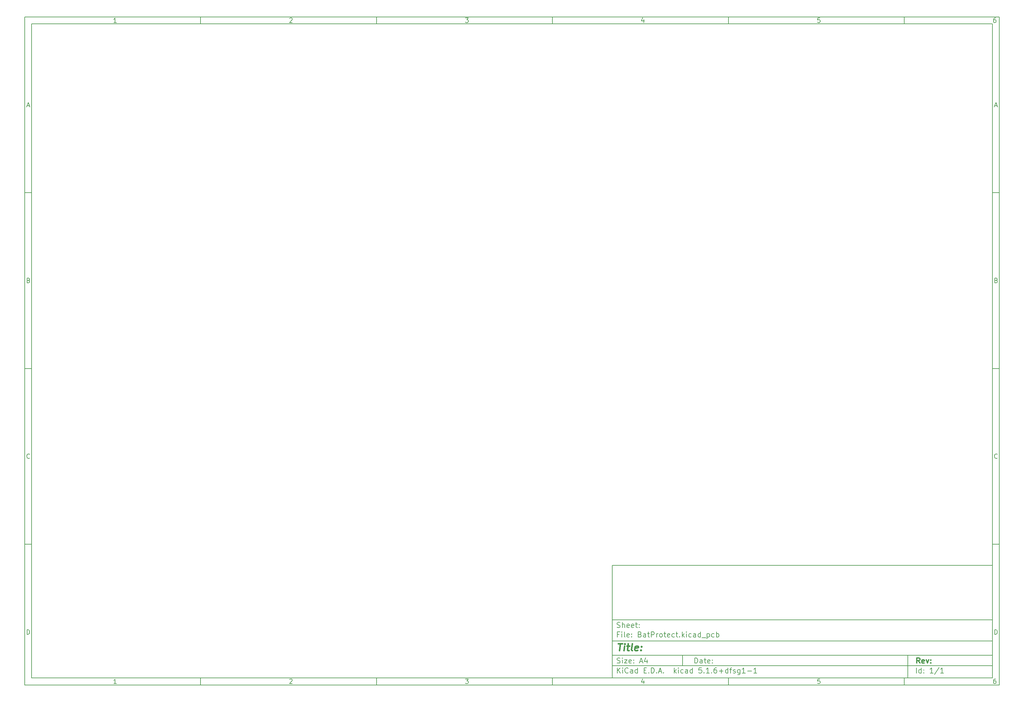
<source format=gbr>
G04 #@! TF.GenerationSoftware,KiCad,Pcbnew,5.1.6+dfsg1-1*
G04 #@! TF.CreationDate,2021-04-29T08:47:55+10:00*
G04 #@! TF.ProjectId,BatProtect,42617450-726f-4746-9563-742e6b696361,rev?*
G04 #@! TF.SameCoordinates,Original*
G04 #@! TF.FileFunction,Glue,Bot*
G04 #@! TF.FilePolarity,Positive*
%FSLAX45Y45*%
G04 Gerber Fmt 4.5, Leading zero omitted, Abs format (unit mm)*
G04 Created by KiCad (PCBNEW 5.1.6+dfsg1-1) date 2021-04-29 08:47:55*
%MOMM*%
%LPD*%
G01*
G04 APERTURE LIST*
%ADD10C,0.100000*%
%ADD11C,0.150000*%
%ADD12C,0.300000*%
%ADD13C,0.400000*%
G04 APERTURE END LIST*
D10*
D11*
X17700220Y-16600720D02*
X17700220Y-19800720D01*
X28500220Y-19800720D01*
X28500220Y-16600720D01*
X17700220Y-16600720D01*
D10*
D11*
X1000000Y-1000000D02*
X1000000Y-20000720D01*
X28700220Y-20000720D01*
X28700220Y-1000000D01*
X1000000Y-1000000D01*
D10*
D11*
X1200000Y-1200000D02*
X1200000Y-19800720D01*
X28500220Y-19800720D01*
X28500220Y-1200000D01*
X1200000Y-1200000D01*
D10*
D11*
X6000000Y-1200000D02*
X6000000Y-1000000D01*
D10*
D11*
X11000000Y-1200000D02*
X11000000Y-1000000D01*
D10*
D11*
X16000000Y-1200000D02*
X16000000Y-1000000D01*
D10*
D11*
X21000000Y-1200000D02*
X21000000Y-1000000D01*
D10*
D11*
X26000000Y-1200000D02*
X26000000Y-1000000D01*
D10*
D11*
X3606548Y-1158810D02*
X3532262Y-1158810D01*
X3569405Y-1158810D02*
X3569405Y-1028809D01*
X3557024Y-1047381D01*
X3544643Y-1059762D01*
X3532262Y-1065952D01*
D10*
D11*
X8532262Y-1041190D02*
X8538452Y-1035000D01*
X8550833Y-1028809D01*
X8581786Y-1028809D01*
X8594167Y-1035000D01*
X8600357Y-1041190D01*
X8606548Y-1053571D01*
X8606548Y-1065952D01*
X8600357Y-1084524D01*
X8526071Y-1158810D01*
X8606548Y-1158810D01*
D10*
D11*
X13526071Y-1028809D02*
X13606548Y-1028809D01*
X13563214Y-1078333D01*
X13581786Y-1078333D01*
X13594167Y-1084524D01*
X13600357Y-1090714D01*
X13606548Y-1103095D01*
X13606548Y-1134048D01*
X13600357Y-1146429D01*
X13594167Y-1152619D01*
X13581786Y-1158810D01*
X13544643Y-1158810D01*
X13532262Y-1152619D01*
X13526071Y-1146429D01*
D10*
D11*
X18594167Y-1072143D02*
X18594167Y-1158810D01*
X18563214Y-1022619D02*
X18532262Y-1115476D01*
X18612738Y-1115476D01*
D10*
D11*
X23600357Y-1028809D02*
X23538452Y-1028809D01*
X23532262Y-1090714D01*
X23538452Y-1084524D01*
X23550833Y-1078333D01*
X23581786Y-1078333D01*
X23594167Y-1084524D01*
X23600357Y-1090714D01*
X23606548Y-1103095D01*
X23606548Y-1134048D01*
X23600357Y-1146429D01*
X23594167Y-1152619D01*
X23581786Y-1158810D01*
X23550833Y-1158810D01*
X23538452Y-1152619D01*
X23532262Y-1146429D01*
D10*
D11*
X28594167Y-1028809D02*
X28569405Y-1028809D01*
X28557024Y-1035000D01*
X28550833Y-1041190D01*
X28538452Y-1059762D01*
X28532262Y-1084524D01*
X28532262Y-1134048D01*
X28538452Y-1146429D01*
X28544643Y-1152619D01*
X28557024Y-1158810D01*
X28581786Y-1158810D01*
X28594167Y-1152619D01*
X28600357Y-1146429D01*
X28606548Y-1134048D01*
X28606548Y-1103095D01*
X28600357Y-1090714D01*
X28594167Y-1084524D01*
X28581786Y-1078333D01*
X28557024Y-1078333D01*
X28544643Y-1084524D01*
X28538452Y-1090714D01*
X28532262Y-1103095D01*
D10*
D11*
X6000000Y-19800720D02*
X6000000Y-20000720D01*
D10*
D11*
X11000000Y-19800720D02*
X11000000Y-20000720D01*
D10*
D11*
X16000000Y-19800720D02*
X16000000Y-20000720D01*
D10*
D11*
X21000000Y-19800720D02*
X21000000Y-20000720D01*
D10*
D11*
X26000000Y-19800720D02*
X26000000Y-20000720D01*
D10*
D11*
X3606548Y-19959530D02*
X3532262Y-19959530D01*
X3569405Y-19959530D02*
X3569405Y-19829530D01*
X3557024Y-19848101D01*
X3544643Y-19860482D01*
X3532262Y-19866672D01*
D10*
D11*
X8532262Y-19841910D02*
X8538452Y-19835720D01*
X8550833Y-19829530D01*
X8581786Y-19829530D01*
X8594167Y-19835720D01*
X8600357Y-19841910D01*
X8606548Y-19854291D01*
X8606548Y-19866672D01*
X8600357Y-19885244D01*
X8526071Y-19959530D01*
X8606548Y-19959530D01*
D10*
D11*
X13526071Y-19829530D02*
X13606548Y-19829530D01*
X13563214Y-19879053D01*
X13581786Y-19879053D01*
X13594167Y-19885244D01*
X13600357Y-19891434D01*
X13606548Y-19903815D01*
X13606548Y-19934768D01*
X13600357Y-19947149D01*
X13594167Y-19953339D01*
X13581786Y-19959530D01*
X13544643Y-19959530D01*
X13532262Y-19953339D01*
X13526071Y-19947149D01*
D10*
D11*
X18594167Y-19872863D02*
X18594167Y-19959530D01*
X18563214Y-19823339D02*
X18532262Y-19916196D01*
X18612738Y-19916196D01*
D10*
D11*
X23600357Y-19829530D02*
X23538452Y-19829530D01*
X23532262Y-19891434D01*
X23538452Y-19885244D01*
X23550833Y-19879053D01*
X23581786Y-19879053D01*
X23594167Y-19885244D01*
X23600357Y-19891434D01*
X23606548Y-19903815D01*
X23606548Y-19934768D01*
X23600357Y-19947149D01*
X23594167Y-19953339D01*
X23581786Y-19959530D01*
X23550833Y-19959530D01*
X23538452Y-19953339D01*
X23532262Y-19947149D01*
D10*
D11*
X28594167Y-19829530D02*
X28569405Y-19829530D01*
X28557024Y-19835720D01*
X28550833Y-19841910D01*
X28538452Y-19860482D01*
X28532262Y-19885244D01*
X28532262Y-19934768D01*
X28538452Y-19947149D01*
X28544643Y-19953339D01*
X28557024Y-19959530D01*
X28581786Y-19959530D01*
X28594167Y-19953339D01*
X28600357Y-19947149D01*
X28606548Y-19934768D01*
X28606548Y-19903815D01*
X28600357Y-19891434D01*
X28594167Y-19885244D01*
X28581786Y-19879053D01*
X28557024Y-19879053D01*
X28544643Y-19885244D01*
X28538452Y-19891434D01*
X28532262Y-19903815D01*
D10*
D11*
X1000000Y-6000000D02*
X1200000Y-6000000D01*
D10*
D11*
X1000000Y-11000000D02*
X1200000Y-11000000D01*
D10*
D11*
X1000000Y-16000000D02*
X1200000Y-16000000D01*
D10*
D11*
X1069048Y-3521667D02*
X1130952Y-3521667D01*
X1056667Y-3558809D02*
X1100000Y-3428809D01*
X1143333Y-3558809D01*
D10*
D11*
X1109286Y-8490714D02*
X1127857Y-8496905D01*
X1134048Y-8503095D01*
X1140238Y-8515476D01*
X1140238Y-8534048D01*
X1134048Y-8546429D01*
X1127857Y-8552619D01*
X1115476Y-8558810D01*
X1065952Y-8558810D01*
X1065952Y-8428810D01*
X1109286Y-8428810D01*
X1121667Y-8435000D01*
X1127857Y-8441190D01*
X1134048Y-8453571D01*
X1134048Y-8465952D01*
X1127857Y-8478333D01*
X1121667Y-8484524D01*
X1109286Y-8490714D01*
X1065952Y-8490714D01*
D10*
D11*
X1140238Y-13546428D02*
X1134048Y-13552619D01*
X1115476Y-13558809D01*
X1103095Y-13558809D01*
X1084524Y-13552619D01*
X1072143Y-13540238D01*
X1065952Y-13527857D01*
X1059762Y-13503095D01*
X1059762Y-13484524D01*
X1065952Y-13459762D01*
X1072143Y-13447381D01*
X1084524Y-13435000D01*
X1103095Y-13428809D01*
X1115476Y-13428809D01*
X1134048Y-13435000D01*
X1140238Y-13441190D01*
D10*
D11*
X1065952Y-18558810D02*
X1065952Y-18428810D01*
X1096905Y-18428810D01*
X1115476Y-18435000D01*
X1127857Y-18447381D01*
X1134048Y-18459762D01*
X1140238Y-18484524D01*
X1140238Y-18503095D01*
X1134048Y-18527857D01*
X1127857Y-18540238D01*
X1115476Y-18552619D01*
X1096905Y-18558810D01*
X1065952Y-18558810D01*
D10*
D11*
X28700220Y-6000000D02*
X28500220Y-6000000D01*
D10*
D11*
X28700220Y-11000000D02*
X28500220Y-11000000D01*
D10*
D11*
X28700220Y-16000000D02*
X28500220Y-16000000D01*
D10*
D11*
X28569268Y-3521667D02*
X28631172Y-3521667D01*
X28556887Y-3558809D02*
X28600220Y-3428809D01*
X28643553Y-3558809D01*
D10*
D11*
X28609506Y-8490714D02*
X28628077Y-8496905D01*
X28634268Y-8503095D01*
X28640458Y-8515476D01*
X28640458Y-8534048D01*
X28634268Y-8546429D01*
X28628077Y-8552619D01*
X28615696Y-8558810D01*
X28566172Y-8558810D01*
X28566172Y-8428810D01*
X28609506Y-8428810D01*
X28621887Y-8435000D01*
X28628077Y-8441190D01*
X28634268Y-8453571D01*
X28634268Y-8465952D01*
X28628077Y-8478333D01*
X28621887Y-8484524D01*
X28609506Y-8490714D01*
X28566172Y-8490714D01*
D10*
D11*
X28640458Y-13546428D02*
X28634268Y-13552619D01*
X28615696Y-13558809D01*
X28603315Y-13558809D01*
X28584744Y-13552619D01*
X28572363Y-13540238D01*
X28566172Y-13527857D01*
X28559982Y-13503095D01*
X28559982Y-13484524D01*
X28566172Y-13459762D01*
X28572363Y-13447381D01*
X28584744Y-13435000D01*
X28603315Y-13428809D01*
X28615696Y-13428809D01*
X28634268Y-13435000D01*
X28640458Y-13441190D01*
D10*
D11*
X28566172Y-18558810D02*
X28566172Y-18428810D01*
X28597125Y-18428810D01*
X28615696Y-18435000D01*
X28628077Y-18447381D01*
X28634268Y-18459762D01*
X28640458Y-18484524D01*
X28640458Y-18503095D01*
X28634268Y-18527857D01*
X28628077Y-18540238D01*
X28615696Y-18552619D01*
X28597125Y-18558810D01*
X28566172Y-18558810D01*
D10*
D11*
X20043434Y-19378577D02*
X20043434Y-19228577D01*
X20079149Y-19228577D01*
X20100577Y-19235720D01*
X20114863Y-19250006D01*
X20122006Y-19264291D01*
X20129149Y-19292863D01*
X20129149Y-19314291D01*
X20122006Y-19342863D01*
X20114863Y-19357149D01*
X20100577Y-19371434D01*
X20079149Y-19378577D01*
X20043434Y-19378577D01*
X20257720Y-19378577D02*
X20257720Y-19300006D01*
X20250577Y-19285720D01*
X20236291Y-19278577D01*
X20207720Y-19278577D01*
X20193434Y-19285720D01*
X20257720Y-19371434D02*
X20243434Y-19378577D01*
X20207720Y-19378577D01*
X20193434Y-19371434D01*
X20186291Y-19357149D01*
X20186291Y-19342863D01*
X20193434Y-19328577D01*
X20207720Y-19321434D01*
X20243434Y-19321434D01*
X20257720Y-19314291D01*
X20307720Y-19278577D02*
X20364863Y-19278577D01*
X20329149Y-19228577D02*
X20329149Y-19357149D01*
X20336291Y-19371434D01*
X20350577Y-19378577D01*
X20364863Y-19378577D01*
X20472006Y-19371434D02*
X20457720Y-19378577D01*
X20429149Y-19378577D01*
X20414863Y-19371434D01*
X20407720Y-19357149D01*
X20407720Y-19300006D01*
X20414863Y-19285720D01*
X20429149Y-19278577D01*
X20457720Y-19278577D01*
X20472006Y-19285720D01*
X20479149Y-19300006D01*
X20479149Y-19314291D01*
X20407720Y-19328577D01*
X20543434Y-19364291D02*
X20550577Y-19371434D01*
X20543434Y-19378577D01*
X20536291Y-19371434D01*
X20543434Y-19364291D01*
X20543434Y-19378577D01*
X20543434Y-19285720D02*
X20550577Y-19292863D01*
X20543434Y-19300006D01*
X20536291Y-19292863D01*
X20543434Y-19285720D01*
X20543434Y-19300006D01*
D10*
D11*
X17700220Y-19450720D02*
X28500220Y-19450720D01*
D10*
D11*
X17843434Y-19658577D02*
X17843434Y-19508577D01*
X17929149Y-19658577D02*
X17864863Y-19572863D01*
X17929149Y-19508577D02*
X17843434Y-19594291D01*
X17993434Y-19658577D02*
X17993434Y-19558577D01*
X17993434Y-19508577D02*
X17986291Y-19515720D01*
X17993434Y-19522863D01*
X18000577Y-19515720D01*
X17993434Y-19508577D01*
X17993434Y-19522863D01*
X18150577Y-19644291D02*
X18143434Y-19651434D01*
X18122006Y-19658577D01*
X18107720Y-19658577D01*
X18086291Y-19651434D01*
X18072006Y-19637149D01*
X18064863Y-19622863D01*
X18057720Y-19594291D01*
X18057720Y-19572863D01*
X18064863Y-19544291D01*
X18072006Y-19530006D01*
X18086291Y-19515720D01*
X18107720Y-19508577D01*
X18122006Y-19508577D01*
X18143434Y-19515720D01*
X18150577Y-19522863D01*
X18279149Y-19658577D02*
X18279149Y-19580006D01*
X18272006Y-19565720D01*
X18257720Y-19558577D01*
X18229149Y-19558577D01*
X18214863Y-19565720D01*
X18279149Y-19651434D02*
X18264863Y-19658577D01*
X18229149Y-19658577D01*
X18214863Y-19651434D01*
X18207720Y-19637149D01*
X18207720Y-19622863D01*
X18214863Y-19608577D01*
X18229149Y-19601434D01*
X18264863Y-19601434D01*
X18279149Y-19594291D01*
X18414863Y-19658577D02*
X18414863Y-19508577D01*
X18414863Y-19651434D02*
X18400577Y-19658577D01*
X18372006Y-19658577D01*
X18357720Y-19651434D01*
X18350577Y-19644291D01*
X18343434Y-19630006D01*
X18343434Y-19587149D01*
X18350577Y-19572863D01*
X18357720Y-19565720D01*
X18372006Y-19558577D01*
X18400577Y-19558577D01*
X18414863Y-19565720D01*
X18600577Y-19580006D02*
X18650577Y-19580006D01*
X18672006Y-19658577D02*
X18600577Y-19658577D01*
X18600577Y-19508577D01*
X18672006Y-19508577D01*
X18736291Y-19644291D02*
X18743434Y-19651434D01*
X18736291Y-19658577D01*
X18729149Y-19651434D01*
X18736291Y-19644291D01*
X18736291Y-19658577D01*
X18807720Y-19658577D02*
X18807720Y-19508577D01*
X18843434Y-19508577D01*
X18864863Y-19515720D01*
X18879149Y-19530006D01*
X18886291Y-19544291D01*
X18893434Y-19572863D01*
X18893434Y-19594291D01*
X18886291Y-19622863D01*
X18879149Y-19637149D01*
X18864863Y-19651434D01*
X18843434Y-19658577D01*
X18807720Y-19658577D01*
X18957720Y-19644291D02*
X18964863Y-19651434D01*
X18957720Y-19658577D01*
X18950577Y-19651434D01*
X18957720Y-19644291D01*
X18957720Y-19658577D01*
X19022006Y-19615720D02*
X19093434Y-19615720D01*
X19007720Y-19658577D02*
X19057720Y-19508577D01*
X19107720Y-19658577D01*
X19157720Y-19644291D02*
X19164863Y-19651434D01*
X19157720Y-19658577D01*
X19150577Y-19651434D01*
X19157720Y-19644291D01*
X19157720Y-19658577D01*
X19457720Y-19658577D02*
X19457720Y-19508577D01*
X19472006Y-19601434D02*
X19514863Y-19658577D01*
X19514863Y-19558577D02*
X19457720Y-19615720D01*
X19579149Y-19658577D02*
X19579149Y-19558577D01*
X19579149Y-19508577D02*
X19572006Y-19515720D01*
X19579149Y-19522863D01*
X19586291Y-19515720D01*
X19579149Y-19508577D01*
X19579149Y-19522863D01*
X19714863Y-19651434D02*
X19700577Y-19658577D01*
X19672006Y-19658577D01*
X19657720Y-19651434D01*
X19650577Y-19644291D01*
X19643434Y-19630006D01*
X19643434Y-19587149D01*
X19650577Y-19572863D01*
X19657720Y-19565720D01*
X19672006Y-19558577D01*
X19700577Y-19558577D01*
X19714863Y-19565720D01*
X19843434Y-19658577D02*
X19843434Y-19580006D01*
X19836291Y-19565720D01*
X19822006Y-19558577D01*
X19793434Y-19558577D01*
X19779149Y-19565720D01*
X19843434Y-19651434D02*
X19829149Y-19658577D01*
X19793434Y-19658577D01*
X19779149Y-19651434D01*
X19772006Y-19637149D01*
X19772006Y-19622863D01*
X19779149Y-19608577D01*
X19793434Y-19601434D01*
X19829149Y-19601434D01*
X19843434Y-19594291D01*
X19979149Y-19658577D02*
X19979149Y-19508577D01*
X19979149Y-19651434D02*
X19964863Y-19658577D01*
X19936291Y-19658577D01*
X19922006Y-19651434D01*
X19914863Y-19644291D01*
X19907720Y-19630006D01*
X19907720Y-19587149D01*
X19914863Y-19572863D01*
X19922006Y-19565720D01*
X19936291Y-19558577D01*
X19964863Y-19558577D01*
X19979149Y-19565720D01*
X20236291Y-19508577D02*
X20164863Y-19508577D01*
X20157720Y-19580006D01*
X20164863Y-19572863D01*
X20179149Y-19565720D01*
X20214863Y-19565720D01*
X20229149Y-19572863D01*
X20236291Y-19580006D01*
X20243434Y-19594291D01*
X20243434Y-19630006D01*
X20236291Y-19644291D01*
X20229149Y-19651434D01*
X20214863Y-19658577D01*
X20179149Y-19658577D01*
X20164863Y-19651434D01*
X20157720Y-19644291D01*
X20307720Y-19644291D02*
X20314863Y-19651434D01*
X20307720Y-19658577D01*
X20300577Y-19651434D01*
X20307720Y-19644291D01*
X20307720Y-19658577D01*
X20457720Y-19658577D02*
X20372006Y-19658577D01*
X20414863Y-19658577D02*
X20414863Y-19508577D01*
X20400577Y-19530006D01*
X20386291Y-19544291D01*
X20372006Y-19551434D01*
X20522006Y-19644291D02*
X20529149Y-19651434D01*
X20522006Y-19658577D01*
X20514863Y-19651434D01*
X20522006Y-19644291D01*
X20522006Y-19658577D01*
X20657720Y-19508577D02*
X20629149Y-19508577D01*
X20614863Y-19515720D01*
X20607720Y-19522863D01*
X20593434Y-19544291D01*
X20586291Y-19572863D01*
X20586291Y-19630006D01*
X20593434Y-19644291D01*
X20600577Y-19651434D01*
X20614863Y-19658577D01*
X20643434Y-19658577D01*
X20657720Y-19651434D01*
X20664863Y-19644291D01*
X20672006Y-19630006D01*
X20672006Y-19594291D01*
X20664863Y-19580006D01*
X20657720Y-19572863D01*
X20643434Y-19565720D01*
X20614863Y-19565720D01*
X20600577Y-19572863D01*
X20593434Y-19580006D01*
X20586291Y-19594291D01*
X20736291Y-19601434D02*
X20850577Y-19601434D01*
X20793434Y-19658577D02*
X20793434Y-19544291D01*
X20986291Y-19658577D02*
X20986291Y-19508577D01*
X20986291Y-19651434D02*
X20972006Y-19658577D01*
X20943434Y-19658577D01*
X20929149Y-19651434D01*
X20922006Y-19644291D01*
X20914863Y-19630006D01*
X20914863Y-19587149D01*
X20922006Y-19572863D01*
X20929149Y-19565720D01*
X20943434Y-19558577D01*
X20972006Y-19558577D01*
X20986291Y-19565720D01*
X21036291Y-19558577D02*
X21093434Y-19558577D01*
X21057720Y-19658577D02*
X21057720Y-19530006D01*
X21064863Y-19515720D01*
X21079149Y-19508577D01*
X21093434Y-19508577D01*
X21136291Y-19651434D02*
X21150577Y-19658577D01*
X21179149Y-19658577D01*
X21193434Y-19651434D01*
X21200577Y-19637149D01*
X21200577Y-19630006D01*
X21193434Y-19615720D01*
X21179149Y-19608577D01*
X21157720Y-19608577D01*
X21143434Y-19601434D01*
X21136291Y-19587149D01*
X21136291Y-19580006D01*
X21143434Y-19565720D01*
X21157720Y-19558577D01*
X21179149Y-19558577D01*
X21193434Y-19565720D01*
X21329149Y-19558577D02*
X21329149Y-19680006D01*
X21322006Y-19694291D01*
X21314863Y-19701434D01*
X21300577Y-19708577D01*
X21279149Y-19708577D01*
X21264863Y-19701434D01*
X21329149Y-19651434D02*
X21314863Y-19658577D01*
X21286291Y-19658577D01*
X21272006Y-19651434D01*
X21264863Y-19644291D01*
X21257720Y-19630006D01*
X21257720Y-19587149D01*
X21264863Y-19572863D01*
X21272006Y-19565720D01*
X21286291Y-19558577D01*
X21314863Y-19558577D01*
X21329149Y-19565720D01*
X21479149Y-19658577D02*
X21393434Y-19658577D01*
X21436291Y-19658577D02*
X21436291Y-19508577D01*
X21422006Y-19530006D01*
X21407720Y-19544291D01*
X21393434Y-19551434D01*
X21543434Y-19601434D02*
X21657720Y-19601434D01*
X21807720Y-19658577D02*
X21722006Y-19658577D01*
X21764863Y-19658577D02*
X21764863Y-19508577D01*
X21750577Y-19530006D01*
X21736291Y-19544291D01*
X21722006Y-19551434D01*
D10*
D11*
X17700220Y-19150720D02*
X28500220Y-19150720D01*
D10*
D12*
X26441148Y-19378577D02*
X26391148Y-19307149D01*
X26355434Y-19378577D02*
X26355434Y-19228577D01*
X26412577Y-19228577D01*
X26426863Y-19235720D01*
X26434006Y-19242863D01*
X26441148Y-19257149D01*
X26441148Y-19278577D01*
X26434006Y-19292863D01*
X26426863Y-19300006D01*
X26412577Y-19307149D01*
X26355434Y-19307149D01*
X26562577Y-19371434D02*
X26548291Y-19378577D01*
X26519720Y-19378577D01*
X26505434Y-19371434D01*
X26498291Y-19357149D01*
X26498291Y-19300006D01*
X26505434Y-19285720D01*
X26519720Y-19278577D01*
X26548291Y-19278577D01*
X26562577Y-19285720D01*
X26569720Y-19300006D01*
X26569720Y-19314291D01*
X26498291Y-19328577D01*
X26619720Y-19278577D02*
X26655434Y-19378577D01*
X26691148Y-19278577D01*
X26748291Y-19364291D02*
X26755434Y-19371434D01*
X26748291Y-19378577D01*
X26741148Y-19371434D01*
X26748291Y-19364291D01*
X26748291Y-19378577D01*
X26748291Y-19285720D02*
X26755434Y-19292863D01*
X26748291Y-19300006D01*
X26741148Y-19292863D01*
X26748291Y-19285720D01*
X26748291Y-19300006D01*
D10*
D11*
X17836291Y-19371434D02*
X17857720Y-19378577D01*
X17893434Y-19378577D01*
X17907720Y-19371434D01*
X17914863Y-19364291D01*
X17922006Y-19350006D01*
X17922006Y-19335720D01*
X17914863Y-19321434D01*
X17907720Y-19314291D01*
X17893434Y-19307149D01*
X17864863Y-19300006D01*
X17850577Y-19292863D01*
X17843434Y-19285720D01*
X17836291Y-19271434D01*
X17836291Y-19257149D01*
X17843434Y-19242863D01*
X17850577Y-19235720D01*
X17864863Y-19228577D01*
X17900577Y-19228577D01*
X17922006Y-19235720D01*
X17986291Y-19378577D02*
X17986291Y-19278577D01*
X17986291Y-19228577D02*
X17979149Y-19235720D01*
X17986291Y-19242863D01*
X17993434Y-19235720D01*
X17986291Y-19228577D01*
X17986291Y-19242863D01*
X18043434Y-19278577D02*
X18122006Y-19278577D01*
X18043434Y-19378577D01*
X18122006Y-19378577D01*
X18236291Y-19371434D02*
X18222006Y-19378577D01*
X18193434Y-19378577D01*
X18179149Y-19371434D01*
X18172006Y-19357149D01*
X18172006Y-19300006D01*
X18179149Y-19285720D01*
X18193434Y-19278577D01*
X18222006Y-19278577D01*
X18236291Y-19285720D01*
X18243434Y-19300006D01*
X18243434Y-19314291D01*
X18172006Y-19328577D01*
X18307720Y-19364291D02*
X18314863Y-19371434D01*
X18307720Y-19378577D01*
X18300577Y-19371434D01*
X18307720Y-19364291D01*
X18307720Y-19378577D01*
X18307720Y-19285720D02*
X18314863Y-19292863D01*
X18307720Y-19300006D01*
X18300577Y-19292863D01*
X18307720Y-19285720D01*
X18307720Y-19300006D01*
X18486291Y-19335720D02*
X18557720Y-19335720D01*
X18472006Y-19378577D02*
X18522006Y-19228577D01*
X18572006Y-19378577D01*
X18686291Y-19278577D02*
X18686291Y-19378577D01*
X18650577Y-19221434D02*
X18614863Y-19328577D01*
X18707720Y-19328577D01*
D10*
D11*
X26343434Y-19658577D02*
X26343434Y-19508577D01*
X26479148Y-19658577D02*
X26479148Y-19508577D01*
X26479148Y-19651434D02*
X26464863Y-19658577D01*
X26436291Y-19658577D01*
X26422006Y-19651434D01*
X26414863Y-19644291D01*
X26407720Y-19630006D01*
X26407720Y-19587149D01*
X26414863Y-19572863D01*
X26422006Y-19565720D01*
X26436291Y-19558577D01*
X26464863Y-19558577D01*
X26479148Y-19565720D01*
X26550577Y-19644291D02*
X26557720Y-19651434D01*
X26550577Y-19658577D01*
X26543434Y-19651434D01*
X26550577Y-19644291D01*
X26550577Y-19658577D01*
X26550577Y-19565720D02*
X26557720Y-19572863D01*
X26550577Y-19580006D01*
X26543434Y-19572863D01*
X26550577Y-19565720D01*
X26550577Y-19580006D01*
X26814863Y-19658577D02*
X26729148Y-19658577D01*
X26772006Y-19658577D02*
X26772006Y-19508577D01*
X26757720Y-19530006D01*
X26743434Y-19544291D01*
X26729148Y-19551434D01*
X26986291Y-19501434D02*
X26857720Y-19694291D01*
X27114863Y-19658577D02*
X27029148Y-19658577D01*
X27072006Y-19658577D02*
X27072006Y-19508577D01*
X27057720Y-19530006D01*
X27043434Y-19544291D01*
X27029148Y-19551434D01*
D10*
D11*
X17700220Y-18750720D02*
X28500220Y-18750720D01*
D10*
D13*
X17871458Y-18821196D02*
X17985744Y-18821196D01*
X17903601Y-19021196D02*
X17928601Y-18821196D01*
X18027410Y-19021196D02*
X18044077Y-18887863D01*
X18052410Y-18821196D02*
X18041696Y-18830720D01*
X18050030Y-18840244D01*
X18060744Y-18830720D01*
X18052410Y-18821196D01*
X18050030Y-18840244D01*
X18110744Y-18887863D02*
X18186934Y-18887863D01*
X18147649Y-18821196D02*
X18126220Y-18992625D01*
X18133363Y-19011672D01*
X18151220Y-19021196D01*
X18170268Y-19021196D01*
X18265506Y-19021196D02*
X18247649Y-19011672D01*
X18240506Y-18992625D01*
X18261934Y-18821196D01*
X18419077Y-19011672D02*
X18398839Y-19021196D01*
X18360744Y-19021196D01*
X18342887Y-19011672D01*
X18335744Y-18992625D01*
X18345268Y-18916434D01*
X18357172Y-18897387D01*
X18377410Y-18887863D01*
X18415506Y-18887863D01*
X18433363Y-18897387D01*
X18440506Y-18916434D01*
X18438125Y-18935482D01*
X18340506Y-18954530D01*
X18515506Y-19002149D02*
X18523839Y-19011672D01*
X18513125Y-19021196D01*
X18504791Y-19011672D01*
X18515506Y-19002149D01*
X18513125Y-19021196D01*
X18528601Y-18897387D02*
X18536934Y-18906910D01*
X18526220Y-18916434D01*
X18517887Y-18906910D01*
X18528601Y-18897387D01*
X18526220Y-18916434D01*
D10*
D11*
X17893434Y-18560006D02*
X17843434Y-18560006D01*
X17843434Y-18638577D02*
X17843434Y-18488577D01*
X17914863Y-18488577D01*
X17972006Y-18638577D02*
X17972006Y-18538577D01*
X17972006Y-18488577D02*
X17964863Y-18495720D01*
X17972006Y-18502863D01*
X17979149Y-18495720D01*
X17972006Y-18488577D01*
X17972006Y-18502863D01*
X18064863Y-18638577D02*
X18050577Y-18631434D01*
X18043434Y-18617149D01*
X18043434Y-18488577D01*
X18179149Y-18631434D02*
X18164863Y-18638577D01*
X18136291Y-18638577D01*
X18122006Y-18631434D01*
X18114863Y-18617149D01*
X18114863Y-18560006D01*
X18122006Y-18545720D01*
X18136291Y-18538577D01*
X18164863Y-18538577D01*
X18179149Y-18545720D01*
X18186291Y-18560006D01*
X18186291Y-18574291D01*
X18114863Y-18588577D01*
X18250577Y-18624291D02*
X18257720Y-18631434D01*
X18250577Y-18638577D01*
X18243434Y-18631434D01*
X18250577Y-18624291D01*
X18250577Y-18638577D01*
X18250577Y-18545720D02*
X18257720Y-18552863D01*
X18250577Y-18560006D01*
X18243434Y-18552863D01*
X18250577Y-18545720D01*
X18250577Y-18560006D01*
X18486291Y-18560006D02*
X18507720Y-18567149D01*
X18514863Y-18574291D01*
X18522006Y-18588577D01*
X18522006Y-18610006D01*
X18514863Y-18624291D01*
X18507720Y-18631434D01*
X18493434Y-18638577D01*
X18436291Y-18638577D01*
X18436291Y-18488577D01*
X18486291Y-18488577D01*
X18500577Y-18495720D01*
X18507720Y-18502863D01*
X18514863Y-18517149D01*
X18514863Y-18531434D01*
X18507720Y-18545720D01*
X18500577Y-18552863D01*
X18486291Y-18560006D01*
X18436291Y-18560006D01*
X18650577Y-18638577D02*
X18650577Y-18560006D01*
X18643434Y-18545720D01*
X18629149Y-18538577D01*
X18600577Y-18538577D01*
X18586291Y-18545720D01*
X18650577Y-18631434D02*
X18636291Y-18638577D01*
X18600577Y-18638577D01*
X18586291Y-18631434D01*
X18579149Y-18617149D01*
X18579149Y-18602863D01*
X18586291Y-18588577D01*
X18600577Y-18581434D01*
X18636291Y-18581434D01*
X18650577Y-18574291D01*
X18700577Y-18538577D02*
X18757720Y-18538577D01*
X18722006Y-18488577D02*
X18722006Y-18617149D01*
X18729149Y-18631434D01*
X18743434Y-18638577D01*
X18757720Y-18638577D01*
X18807720Y-18638577D02*
X18807720Y-18488577D01*
X18864863Y-18488577D01*
X18879149Y-18495720D01*
X18886291Y-18502863D01*
X18893434Y-18517149D01*
X18893434Y-18538577D01*
X18886291Y-18552863D01*
X18879149Y-18560006D01*
X18864863Y-18567149D01*
X18807720Y-18567149D01*
X18957720Y-18638577D02*
X18957720Y-18538577D01*
X18957720Y-18567149D02*
X18964863Y-18552863D01*
X18972006Y-18545720D01*
X18986291Y-18538577D01*
X19000577Y-18538577D01*
X19072006Y-18638577D02*
X19057720Y-18631434D01*
X19050577Y-18624291D01*
X19043434Y-18610006D01*
X19043434Y-18567149D01*
X19050577Y-18552863D01*
X19057720Y-18545720D01*
X19072006Y-18538577D01*
X19093434Y-18538577D01*
X19107720Y-18545720D01*
X19114863Y-18552863D01*
X19122006Y-18567149D01*
X19122006Y-18610006D01*
X19114863Y-18624291D01*
X19107720Y-18631434D01*
X19093434Y-18638577D01*
X19072006Y-18638577D01*
X19164863Y-18538577D02*
X19222006Y-18538577D01*
X19186291Y-18488577D02*
X19186291Y-18617149D01*
X19193434Y-18631434D01*
X19207720Y-18638577D01*
X19222006Y-18638577D01*
X19329149Y-18631434D02*
X19314863Y-18638577D01*
X19286291Y-18638577D01*
X19272006Y-18631434D01*
X19264863Y-18617149D01*
X19264863Y-18560006D01*
X19272006Y-18545720D01*
X19286291Y-18538577D01*
X19314863Y-18538577D01*
X19329149Y-18545720D01*
X19336291Y-18560006D01*
X19336291Y-18574291D01*
X19264863Y-18588577D01*
X19464863Y-18631434D02*
X19450577Y-18638577D01*
X19422006Y-18638577D01*
X19407720Y-18631434D01*
X19400577Y-18624291D01*
X19393434Y-18610006D01*
X19393434Y-18567149D01*
X19400577Y-18552863D01*
X19407720Y-18545720D01*
X19422006Y-18538577D01*
X19450577Y-18538577D01*
X19464863Y-18545720D01*
X19507720Y-18538577D02*
X19564863Y-18538577D01*
X19529149Y-18488577D02*
X19529149Y-18617149D01*
X19536291Y-18631434D01*
X19550577Y-18638577D01*
X19564863Y-18638577D01*
X19614863Y-18624291D02*
X19622006Y-18631434D01*
X19614863Y-18638577D01*
X19607720Y-18631434D01*
X19614863Y-18624291D01*
X19614863Y-18638577D01*
X19686291Y-18638577D02*
X19686291Y-18488577D01*
X19700577Y-18581434D02*
X19743434Y-18638577D01*
X19743434Y-18538577D02*
X19686291Y-18595720D01*
X19807720Y-18638577D02*
X19807720Y-18538577D01*
X19807720Y-18488577D02*
X19800577Y-18495720D01*
X19807720Y-18502863D01*
X19814863Y-18495720D01*
X19807720Y-18488577D01*
X19807720Y-18502863D01*
X19943434Y-18631434D02*
X19929149Y-18638577D01*
X19900577Y-18638577D01*
X19886291Y-18631434D01*
X19879149Y-18624291D01*
X19872006Y-18610006D01*
X19872006Y-18567149D01*
X19879149Y-18552863D01*
X19886291Y-18545720D01*
X19900577Y-18538577D01*
X19929149Y-18538577D01*
X19943434Y-18545720D01*
X20072006Y-18638577D02*
X20072006Y-18560006D01*
X20064863Y-18545720D01*
X20050577Y-18538577D01*
X20022006Y-18538577D01*
X20007720Y-18545720D01*
X20072006Y-18631434D02*
X20057720Y-18638577D01*
X20022006Y-18638577D01*
X20007720Y-18631434D01*
X20000577Y-18617149D01*
X20000577Y-18602863D01*
X20007720Y-18588577D01*
X20022006Y-18581434D01*
X20057720Y-18581434D01*
X20072006Y-18574291D01*
X20207720Y-18638577D02*
X20207720Y-18488577D01*
X20207720Y-18631434D02*
X20193434Y-18638577D01*
X20164863Y-18638577D01*
X20150577Y-18631434D01*
X20143434Y-18624291D01*
X20136291Y-18610006D01*
X20136291Y-18567149D01*
X20143434Y-18552863D01*
X20150577Y-18545720D01*
X20164863Y-18538577D01*
X20193434Y-18538577D01*
X20207720Y-18545720D01*
X20243434Y-18652863D02*
X20357720Y-18652863D01*
X20393434Y-18538577D02*
X20393434Y-18688577D01*
X20393434Y-18545720D02*
X20407720Y-18538577D01*
X20436291Y-18538577D01*
X20450577Y-18545720D01*
X20457720Y-18552863D01*
X20464863Y-18567149D01*
X20464863Y-18610006D01*
X20457720Y-18624291D01*
X20450577Y-18631434D01*
X20436291Y-18638577D01*
X20407720Y-18638577D01*
X20393434Y-18631434D01*
X20593434Y-18631434D02*
X20579149Y-18638577D01*
X20550577Y-18638577D01*
X20536291Y-18631434D01*
X20529149Y-18624291D01*
X20522006Y-18610006D01*
X20522006Y-18567149D01*
X20529149Y-18552863D01*
X20536291Y-18545720D01*
X20550577Y-18538577D01*
X20579149Y-18538577D01*
X20593434Y-18545720D01*
X20657720Y-18638577D02*
X20657720Y-18488577D01*
X20657720Y-18545720D02*
X20672006Y-18538577D01*
X20700577Y-18538577D01*
X20714863Y-18545720D01*
X20722006Y-18552863D01*
X20729149Y-18567149D01*
X20729149Y-18610006D01*
X20722006Y-18624291D01*
X20714863Y-18631434D01*
X20700577Y-18638577D01*
X20672006Y-18638577D01*
X20657720Y-18631434D01*
D10*
D11*
X17700220Y-18150720D02*
X28500220Y-18150720D01*
D10*
D11*
X17836291Y-18361434D02*
X17857720Y-18368577D01*
X17893434Y-18368577D01*
X17907720Y-18361434D01*
X17914863Y-18354291D01*
X17922006Y-18340006D01*
X17922006Y-18325720D01*
X17914863Y-18311434D01*
X17907720Y-18304291D01*
X17893434Y-18297149D01*
X17864863Y-18290006D01*
X17850577Y-18282863D01*
X17843434Y-18275720D01*
X17836291Y-18261434D01*
X17836291Y-18247149D01*
X17843434Y-18232863D01*
X17850577Y-18225720D01*
X17864863Y-18218577D01*
X17900577Y-18218577D01*
X17922006Y-18225720D01*
X17986291Y-18368577D02*
X17986291Y-18218577D01*
X18050577Y-18368577D02*
X18050577Y-18290006D01*
X18043434Y-18275720D01*
X18029149Y-18268577D01*
X18007720Y-18268577D01*
X17993434Y-18275720D01*
X17986291Y-18282863D01*
X18179149Y-18361434D02*
X18164863Y-18368577D01*
X18136291Y-18368577D01*
X18122006Y-18361434D01*
X18114863Y-18347149D01*
X18114863Y-18290006D01*
X18122006Y-18275720D01*
X18136291Y-18268577D01*
X18164863Y-18268577D01*
X18179149Y-18275720D01*
X18186291Y-18290006D01*
X18186291Y-18304291D01*
X18114863Y-18318577D01*
X18307720Y-18361434D02*
X18293434Y-18368577D01*
X18264863Y-18368577D01*
X18250577Y-18361434D01*
X18243434Y-18347149D01*
X18243434Y-18290006D01*
X18250577Y-18275720D01*
X18264863Y-18268577D01*
X18293434Y-18268577D01*
X18307720Y-18275720D01*
X18314863Y-18290006D01*
X18314863Y-18304291D01*
X18243434Y-18318577D01*
X18357720Y-18268577D02*
X18414863Y-18268577D01*
X18379149Y-18218577D02*
X18379149Y-18347149D01*
X18386291Y-18361434D01*
X18400577Y-18368577D01*
X18414863Y-18368577D01*
X18464863Y-18354291D02*
X18472006Y-18361434D01*
X18464863Y-18368577D01*
X18457720Y-18361434D01*
X18464863Y-18354291D01*
X18464863Y-18368577D01*
X18464863Y-18275720D02*
X18472006Y-18282863D01*
X18464863Y-18290006D01*
X18457720Y-18282863D01*
X18464863Y-18275720D01*
X18464863Y-18290006D01*
D10*
D11*
X19700220Y-19150720D02*
X19700220Y-19450720D01*
D10*
D11*
X26100220Y-19150720D02*
X26100220Y-19800720D01*
M02*

</source>
